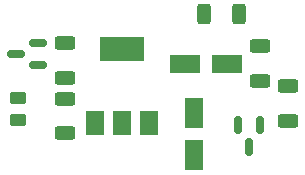
<source format=gtp>
G04 #@! TF.GenerationSoftware,KiCad,Pcbnew,(6.0.7)*
G04 #@! TF.CreationDate,2024-01-15T20:32:35-05:00*
G04 #@! TF.ProjectId,pcb_chip,7063625f-6368-4697-902e-6b696361645f,rev?*
G04 #@! TF.SameCoordinates,Original*
G04 #@! TF.FileFunction,Paste,Top*
G04 #@! TF.FilePolarity,Positive*
%FSLAX46Y46*%
G04 Gerber Fmt 4.6, Leading zero omitted, Abs format (unit mm)*
G04 Created by KiCad (PCBNEW (6.0.7)) date 2024-01-15 20:32:35*
%MOMM*%
%LPD*%
G01*
G04 APERTURE LIST*
G04 Aperture macros list*
%AMRoundRect*
0 Rectangle with rounded corners*
0 $1 Rounding radius*
0 $2 $3 $4 $5 $6 $7 $8 $9 X,Y pos of 4 corners*
0 Add a 4 corners polygon primitive as box body*
4,1,4,$2,$3,$4,$5,$6,$7,$8,$9,$2,$3,0*
0 Add four circle primitives for the rounded corners*
1,1,$1+$1,$2,$3*
1,1,$1+$1,$4,$5*
1,1,$1+$1,$6,$7*
1,1,$1+$1,$8,$9*
0 Add four rect primitives between the rounded corners*
20,1,$1+$1,$2,$3,$4,$5,0*
20,1,$1+$1,$4,$5,$6,$7,0*
20,1,$1+$1,$6,$7,$8,$9,0*
20,1,$1+$1,$8,$9,$2,$3,0*%
G04 Aperture macros list end*
%ADD10RoundRect,0.250000X0.450000X-0.262500X0.450000X0.262500X-0.450000X0.262500X-0.450000X-0.262500X0*%
%ADD11RoundRect,0.250000X0.312500X0.625000X-0.312500X0.625000X-0.312500X-0.625000X0.312500X-0.625000X0*%
%ADD12RoundRect,0.150000X-0.150000X0.587500X-0.150000X-0.587500X0.150000X-0.587500X0.150000X0.587500X0*%
%ADD13RoundRect,0.250000X-0.625000X0.312500X-0.625000X-0.312500X0.625000X-0.312500X0.625000X0.312500X0*%
%ADD14RoundRect,0.250000X0.625000X-0.312500X0.625000X0.312500X-0.625000X0.312500X-0.625000X-0.312500X0*%
%ADD15RoundRect,0.250000X-1.050000X-0.550000X1.050000X-0.550000X1.050000X0.550000X-1.050000X0.550000X0*%
%ADD16RoundRect,0.150000X0.587500X0.150000X-0.587500X0.150000X-0.587500X-0.150000X0.587500X-0.150000X0*%
%ADD17RoundRect,0.250000X-0.550000X1.050000X-0.550000X-1.050000X0.550000X-1.050000X0.550000X1.050000X0*%
%ADD18R,1.500000X2.000000*%
%ADD19R,3.800000X2.000000*%
G04 APERTURE END LIST*
D10*
X117449600Y-102664900D03*
X117449600Y-100839900D03*
D11*
X136133300Y-93726000D03*
X133208300Y-93726000D03*
D12*
X137957600Y-103100900D03*
X136057600Y-103100900D03*
X137007600Y-104975900D03*
D13*
X137922000Y-96429100D03*
X137922000Y-99354100D03*
D14*
X121412000Y-99125500D03*
X121412000Y-96200500D03*
D15*
X131550000Y-97917000D03*
X135150000Y-97917000D03*
D13*
X140309600Y-99832700D03*
X140309600Y-102757700D03*
D14*
X121412000Y-103824500D03*
X121412000Y-100899500D03*
D16*
X119149100Y-98028800D03*
X119149100Y-96128800D03*
X117274100Y-97078800D03*
D17*
X132384800Y-102086000D03*
X132384800Y-105686000D03*
D18*
X123938000Y-102972000D03*
X126238000Y-102972000D03*
D19*
X126238000Y-96672000D03*
D18*
X128538000Y-102972000D03*
M02*

</source>
